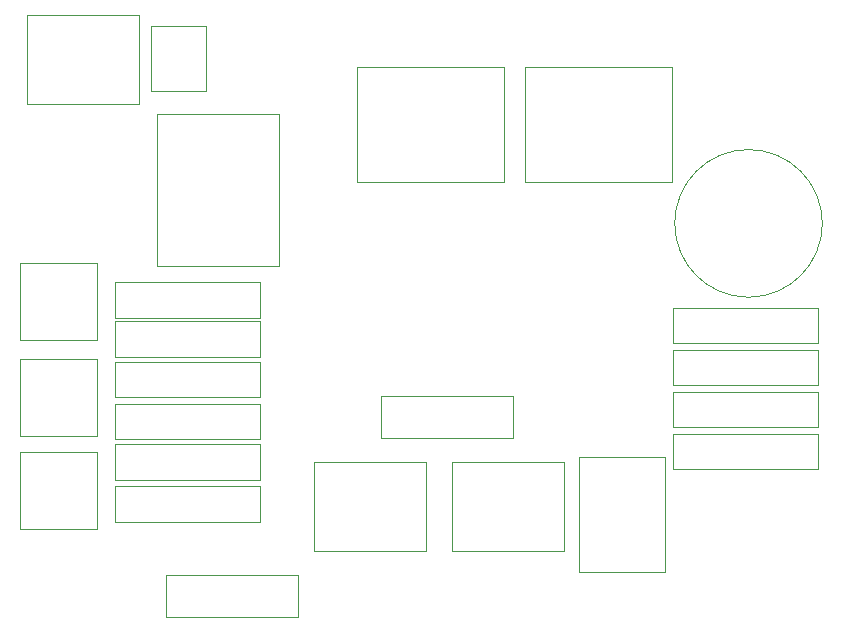
<source format=gbr>
G04 #@! TF.GenerationSoftware,KiCad,Pcbnew,(5.1.4-0-10_14)*
G04 #@! TF.CreationDate,2020-06-08T18:04:02+02:00*
G04 #@! TF.ProjectId,myShield,6d795368-6965-46c6-942e-6b696361645f,rev?*
G04 #@! TF.SameCoordinates,Original*
G04 #@! TF.FileFunction,Other,User*
%FSLAX46Y46*%
G04 Gerber Fmt 4.6, Leading zero omitted, Abs format (unit mm)*
G04 Created by KiCad (PCBNEW (5.1.4-0-10_14)) date 2020-06-08 18:04:02*
%MOMM*%
%LPD*%
G04 APERTURE LIST*
%ADD10C,0.050000*%
G04 APERTURE END LIST*
D10*
X171614000Y-82804000D02*
G75*
G03X171614000Y-82804000I-6250000J0D01*
G01*
X103714000Y-102160000D02*
X103714000Y-108660000D01*
X103714000Y-108660000D02*
X110164000Y-108660000D01*
X110164000Y-108660000D02*
X110164000Y-102160000D01*
X110164000Y-102160000D02*
X103714000Y-102160000D01*
X110164000Y-94286000D02*
X103714000Y-94286000D01*
X110164000Y-100786000D02*
X110164000Y-94286000D01*
X103714000Y-100786000D02*
X110164000Y-100786000D01*
X103714000Y-94286000D02*
X103714000Y-100786000D01*
X103714000Y-86158000D02*
X103714000Y-92658000D01*
X103714000Y-92658000D02*
X110164000Y-92658000D01*
X110164000Y-92658000D02*
X110164000Y-86158000D01*
X110164000Y-86158000D02*
X103714000Y-86158000D01*
X134217000Y-100987000D02*
X134217000Y-97437000D01*
X134217000Y-97437000D02*
X145417000Y-97437000D01*
X145417000Y-97437000D02*
X145417000Y-100987000D01*
X145417000Y-100987000D02*
X134217000Y-100987000D01*
X127256000Y-116100000D02*
X116056000Y-116100000D01*
X127256000Y-112550000D02*
X127256000Y-116100000D01*
X116056000Y-112550000D02*
X127256000Y-112550000D01*
X116056000Y-116100000D02*
X116056000Y-112550000D01*
X158970000Y-89940000D02*
X158970000Y-92940000D01*
X158970000Y-92940000D02*
X171230000Y-92940000D01*
X171230000Y-92940000D02*
X171230000Y-89940000D01*
X171230000Y-89940000D02*
X158970000Y-89940000D01*
X114744000Y-71554000D02*
X114744000Y-66114000D01*
X114744000Y-71554000D02*
X119444000Y-71554000D01*
X119444000Y-66114000D02*
X114744000Y-66114000D01*
X119444000Y-66114000D02*
X119444000Y-71554000D01*
X158970000Y-100608000D02*
X158970000Y-103608000D01*
X158970000Y-103608000D02*
X171230000Y-103608000D01*
X171230000Y-103608000D02*
X171230000Y-100608000D01*
X171230000Y-100608000D02*
X158970000Y-100608000D01*
X171230000Y-100052000D02*
X171230000Y-97052000D01*
X171230000Y-97052000D02*
X158970000Y-97052000D01*
X158970000Y-97052000D02*
X158970000Y-100052000D01*
X158970000Y-100052000D02*
X171230000Y-100052000D01*
X111726000Y-97512000D02*
X123986000Y-97512000D01*
X111726000Y-94512000D02*
X111726000Y-97512000D01*
X123986000Y-94512000D02*
X111726000Y-94512000D01*
X123986000Y-97512000D02*
X123986000Y-94512000D01*
X123986000Y-94083000D02*
X123986000Y-91083000D01*
X123986000Y-91083000D02*
X111726000Y-91083000D01*
X111726000Y-91083000D02*
X111726000Y-94083000D01*
X111726000Y-94083000D02*
X123986000Y-94083000D01*
X111726000Y-90781000D02*
X123986000Y-90781000D01*
X111726000Y-87781000D02*
X111726000Y-90781000D01*
X123986000Y-87781000D02*
X111726000Y-87781000D01*
X123986000Y-90781000D02*
X123986000Y-87781000D01*
X171230000Y-93496000D02*
X158970000Y-93496000D01*
X171230000Y-96496000D02*
X171230000Y-93496000D01*
X158970000Y-96496000D02*
X171230000Y-96496000D01*
X158970000Y-93496000D02*
X158970000Y-96496000D01*
X111726000Y-108053000D02*
X123986000Y-108053000D01*
X111726000Y-105053000D02*
X111726000Y-108053000D01*
X123986000Y-105053000D02*
X111726000Y-105053000D01*
X123986000Y-108053000D02*
X123986000Y-105053000D01*
X123986000Y-101068000D02*
X123986000Y-98068000D01*
X123986000Y-98068000D02*
X111726000Y-98068000D01*
X111726000Y-98068000D02*
X111726000Y-101068000D01*
X111726000Y-101068000D02*
X123986000Y-101068000D01*
X111726000Y-104497000D02*
X123986000Y-104497000D01*
X111726000Y-101497000D02*
X111726000Y-104497000D01*
X123986000Y-101497000D02*
X111726000Y-101497000D01*
X123986000Y-104497000D02*
X123986000Y-101497000D01*
X115286000Y-86413000D02*
X125636000Y-86413000D01*
X125636000Y-86413000D02*
X125636000Y-73513000D01*
X125636000Y-73513000D02*
X115286000Y-73513000D01*
X115286000Y-73513000D02*
X115286000Y-86413000D01*
X137798000Y-110521000D02*
X138048000Y-110521000D01*
X138048000Y-110521000D02*
X138048000Y-110271000D01*
X137798000Y-103021000D02*
X138048000Y-103021000D01*
X138048000Y-103021000D02*
X138048000Y-103271000D01*
X128548000Y-103271000D02*
X128548000Y-103021000D01*
X128548000Y-103021000D02*
X128798000Y-103021000D01*
X128548000Y-110271000D02*
X128548000Y-110521000D01*
X128548000Y-110521000D02*
X128798000Y-110521000D01*
X128798000Y-103021000D02*
X137798000Y-103021000D01*
X128548000Y-110271000D02*
X128548000Y-103271000D01*
X137798000Y-110521000D02*
X128798000Y-110521000D01*
X138048000Y-103271000D02*
X138048000Y-110271000D01*
X149732000Y-103271000D02*
X149732000Y-110271000D01*
X149482000Y-110521000D02*
X140482000Y-110521000D01*
X140232000Y-110271000D02*
X140232000Y-103271000D01*
X140482000Y-103021000D02*
X149482000Y-103021000D01*
X140232000Y-110521000D02*
X140482000Y-110521000D01*
X140232000Y-110271000D02*
X140232000Y-110521000D01*
X140232000Y-103021000D02*
X140482000Y-103021000D01*
X140232000Y-103271000D02*
X140232000Y-103021000D01*
X149732000Y-103021000D02*
X149732000Y-103271000D01*
X149482000Y-103021000D02*
X149732000Y-103021000D01*
X149732000Y-110521000D02*
X149732000Y-110271000D01*
X149482000Y-110521000D02*
X149732000Y-110521000D01*
X146444000Y-79332000D02*
X158844000Y-79332000D01*
X158844000Y-79332000D02*
X158844000Y-69532000D01*
X158844000Y-69532000D02*
X146444000Y-69532000D01*
X146444000Y-69532000D02*
X146444000Y-79332000D01*
X132220000Y-69532000D02*
X132220000Y-79332000D01*
X144620000Y-69532000D02*
X132220000Y-69532000D01*
X144620000Y-79332000D02*
X144620000Y-69532000D01*
X132220000Y-79332000D02*
X144620000Y-79332000D01*
X113541000Y-72675000D02*
X113791000Y-72675000D01*
X113791000Y-72675000D02*
X113791000Y-72425000D01*
X113541000Y-65175000D02*
X113791000Y-65175000D01*
X113791000Y-65175000D02*
X113791000Y-65425000D01*
X104291000Y-65425000D02*
X104291000Y-65175000D01*
X104291000Y-65175000D02*
X104541000Y-65175000D01*
X104291000Y-72425000D02*
X104291000Y-72675000D01*
X104291000Y-72675000D02*
X104541000Y-72675000D01*
X104541000Y-65175000D02*
X113541000Y-65175000D01*
X104291000Y-72425000D02*
X104291000Y-65425000D01*
X113541000Y-72675000D02*
X104541000Y-72675000D01*
X113791000Y-65425000D02*
X113791000Y-72425000D01*
X151016000Y-112352000D02*
X158316000Y-112352000D01*
X158316000Y-112352000D02*
X158316000Y-102552000D01*
X158316000Y-102552000D02*
X151016000Y-102552000D01*
X151016000Y-102552000D02*
X151016000Y-112352000D01*
M02*

</source>
